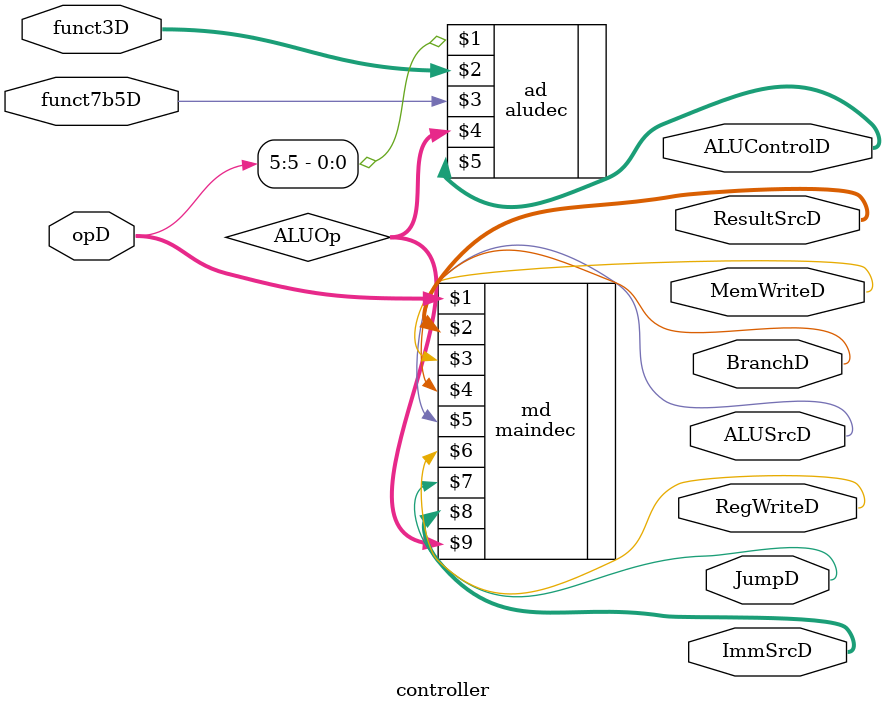
<source format=sv>
`timescale 1ns / 1ps

module controller(input  logic [6:0] opD,
                  input  logic [2:0] funct3D,
                  input  logic       funct7b5D,
                  output logic       RegWriteD,
                  output logic [1:0] ResultSrcD,
                  output logic       MemWriteD, JumpD,BranchD,
                  output logic [2:0] ALUControlD,
                  output logic       ALUSrcD,
                  output logic [1:0] ImmSrcD);

  logic [1:0] ALUOp;
  logic       PCSrcE;
  logic       JumpE;
  logic       BranchE; 
  logic       ZeroE;
  //logic       Branch;

  maindec md(opD, ResultSrcD, MemWriteD, BranchD,
             ALUSrcD, RegWriteD, JumpD, ImmSrcD, ALUOp);
  aludec  ad(opD[5], funct3D, funct7b5D, ALUOp, ALUControlD);

  //assign PCSrcE = BranchE & ZeroE | JumpE;
endmodule

</source>
